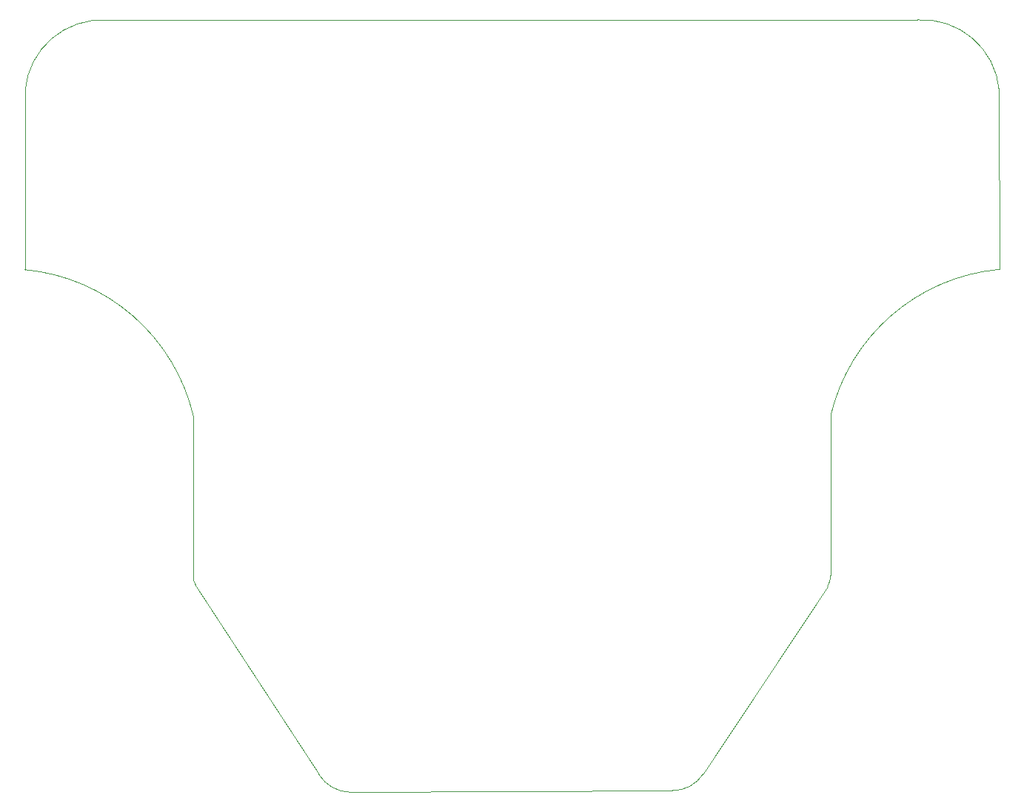
<source format=gbr>
%TF.GenerationSoftware,KiCad,Pcbnew,7.0.1*%
%TF.CreationDate,2023-10-29T13:19:35+05:30*%
%TF.ProjectId,MAZEBLAZE-V3,4d415a45-424c-4415-9a45-2d56332e6b69,rev?*%
%TF.SameCoordinates,Original*%
%TF.FileFunction,Profile,NP*%
%FSLAX46Y46*%
G04 Gerber Fmt 4.6, Leading zero omitted, Abs format (unit mm)*
G04 Created by KiCad (PCBNEW 7.0.1) date 2023-10-29 13:19:35*
%MOMM*%
%LPD*%
G01*
G04 APERTURE LIST*
%TA.AperFunction,Profile*%
%ADD10C,0.100000*%
%TD*%
G04 APERTURE END LIST*
D10*
X144560000Y-130269978D02*
G75*
G03*
X148104456Y-128325913I31600J4145578D01*
G01*
X104130000Y-128430000D02*
G75*
G03*
X107657068Y-130458795I3670000J2300000D01*
G01*
X162309289Y-106860435D02*
X148104456Y-128325913D01*
X181923205Y-50097893D02*
G75*
G03*
X172542358Y-42035113I-8800005J-750007D01*
G01*
X89780000Y-87380002D02*
X89770000Y-105650002D01*
X79920842Y-42057221D02*
X172542358Y-42035112D01*
X89771560Y-105645633D02*
G75*
G03*
X90092268Y-106866065I2139740J-90067D01*
G01*
X79920842Y-42057219D02*
G75*
G03*
X70540000Y-50120002I-580842J-8812781D01*
G01*
X181930000Y-70600001D02*
G75*
G03*
X162654541Y-87346346I2010000J-21779999D01*
G01*
X107657068Y-130458795D02*
X144560000Y-130270000D01*
X162309311Y-106860447D02*
G75*
G03*
X162629997Y-105640002I-1819111J1130347D01*
G01*
X90092268Y-106866065D02*
X104130000Y-128430000D01*
X162654540Y-87346346D02*
X162629999Y-105640002D01*
X89779994Y-87380003D02*
G75*
G03*
X70504540Y-70633658I-21285454J-5033647D01*
G01*
X181923200Y-50097893D02*
X181930000Y-70600002D01*
X70540000Y-50120002D02*
X70504540Y-70633658D01*
M02*

</source>
